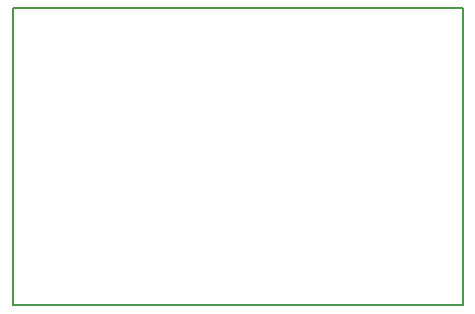
<source format=gbr>
%TF.GenerationSoftware,KiCad,Pcbnew,9.0.0*%
%TF.CreationDate,2025-06-13T20:30:42+03:00*%
%TF.ProjectId,BLE_sensors,424c455f-7365-46e7-936f-72732e6b6963,rev?*%
%TF.SameCoordinates,Original*%
%TF.FileFunction,Profile,NP*%
%FSLAX46Y46*%
G04 Gerber Fmt 4.6, Leading zero omitted, Abs format (unit mm)*
G04 Created by KiCad (PCBNEW 9.0.0) date 2025-06-13 20:30:42*
%MOMM*%
%LPD*%
G01*
G04 APERTURE LIST*
%TA.AperFunction,Profile*%
%ADD10C,0.200000*%
%TD*%
G04 APERTURE END LIST*
D10*
X121102000Y-67837000D02*
X159258000Y-67837000D01*
X159258000Y-92979000D01*
X121102000Y-92979000D01*
X121102000Y-67837000D01*
M02*

</source>
